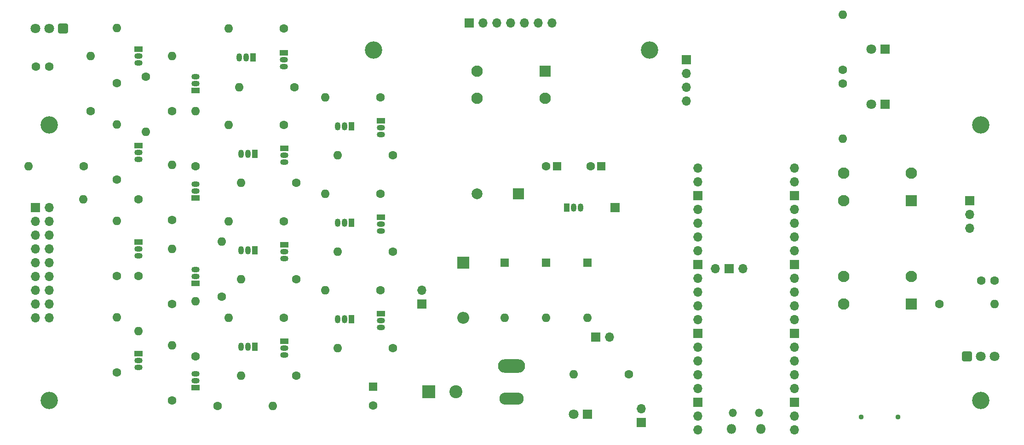
<source format=gbr>
%TF.GenerationSoftware,KiCad,Pcbnew,7.0.2*%
%TF.CreationDate,2023-07-21T23:10:52-07:00*%
%TF.ProjectId,Score-Board,53636f72-652d-4426-9f61-72642e6b6963,1*%
%TF.SameCoordinates,Original*%
%TF.FileFunction,Soldermask,Bot*%
%TF.FilePolarity,Negative*%
%FSLAX46Y46*%
G04 Gerber Fmt 4.6, Leading zero omitted, Abs format (unit mm)*
G04 Created by KiCad (PCBNEW 7.0.2) date 2023-07-21 23:10:52*
%MOMM*%
%LPD*%
G01*
G04 APERTURE LIST*
G04 Aperture macros list*
%AMRoundRect*
0 Rectangle with rounded corners*
0 $1 Rounding radius*
0 $2 $3 $4 $5 $6 $7 $8 $9 X,Y pos of 4 corners*
0 Add a 4 corners polygon primitive as box body*
4,1,4,$2,$3,$4,$5,$6,$7,$8,$9,$2,$3,0*
0 Add four circle primitives for the rounded corners*
1,1,$1+$1,$2,$3*
1,1,$1+$1,$4,$5*
1,1,$1+$1,$6,$7*
1,1,$1+$1,$8,$9*
0 Add four rect primitives between the rounded corners*
20,1,$1+$1,$2,$3,$4,$5,0*
20,1,$1+$1,$4,$5,$6,$7,0*
20,1,$1+$1,$6,$7,$8,$9,0*
20,1,$1+$1,$8,$9,$2,$3,0*%
G04 Aperture macros list end*
%ADD10O,1.700000X1.700000*%
%ADD11R,1.700000X1.700000*%
%ADD12O,1.500000X1.500000*%
%ADD13O,1.800000X1.800000*%
%ADD14C,1.600000*%
%ADD15O,1.600000X1.600000*%
%ADD16C,3.200000*%
%ADD17R,1.500000X1.050000*%
%ADD18O,1.500000X1.050000*%
%ADD19R,1.600000X1.600000*%
%ADD20R,1.050000X1.500000*%
%ADD21O,1.050000X1.500000*%
%ADD22C,0.950000*%
%ADD23R,2.100000X2.100000*%
%ADD24C,2.100000*%
%ADD25R,2.400000X2.400000*%
%ADD26C,2.400000*%
%ADD27R,2.000000X2.000000*%
%ADD28C,2.000000*%
%ADD29O,5.000000X2.500000*%
%ADD30O,4.500000X2.250000*%
%ADD31R,1.800000X1.800000*%
%ADD32C,1.800000*%
%ADD33R,2.200000X2.200000*%
%ADD34O,2.200000X2.200000*%
%ADD35RoundRect,0.250200X-0.649800X-0.649800X0.649800X-0.649800X0.649800X0.649800X-0.649800X0.649800X0*%
%ADD36RoundRect,0.250200X0.649800X0.649800X-0.649800X0.649800X-0.649800X-0.649800X0.649800X-0.649800X0*%
G04 APERTURE END LIST*
D10*
%TO.C,U1*%
X169455000Y-91286000D03*
D11*
X171995000Y-91286000D03*
D10*
X174535000Y-91286000D03*
X166229100Y-121016000D03*
X166229100Y-118476000D03*
D11*
X166229100Y-115936000D03*
D10*
X166229100Y-113396000D03*
X166229100Y-110856000D03*
X166229100Y-108316000D03*
X166229100Y-105776000D03*
D11*
X166229100Y-103236000D03*
D10*
X166229100Y-100696000D03*
X166229100Y-98156000D03*
X166229100Y-95616000D03*
X166229100Y-93076000D03*
D11*
X166229100Y-90536000D03*
D10*
X166229100Y-87996000D03*
X166229100Y-85456000D03*
X166229100Y-82916000D03*
X166229100Y-80376000D03*
D11*
X166229100Y-77836000D03*
D10*
X166229100Y-75296000D03*
X166229100Y-72756000D03*
X184009100Y-72756000D03*
X184009100Y-75296000D03*
D11*
X184009100Y-77836000D03*
D10*
X184009100Y-80376000D03*
X184009100Y-82916000D03*
X184009100Y-85456000D03*
X184009100Y-87996000D03*
D11*
X184009100Y-90536000D03*
D10*
X184009100Y-93076000D03*
X184009100Y-95616000D03*
X184009100Y-98156000D03*
X184009100Y-100696000D03*
D11*
X184009100Y-103236000D03*
D10*
X184009100Y-105776000D03*
X184009100Y-108316000D03*
X184009100Y-110856000D03*
X184009100Y-113396000D03*
D11*
X184009100Y-115936000D03*
D10*
X184009100Y-118476000D03*
X184009100Y-121016000D03*
D12*
X172694100Y-117856000D03*
X177544100Y-117856000D03*
D13*
X177844100Y-120886000D03*
X172394100Y-120886000D03*
%TD*%
D14*
%TO.C,C5*%
X46900000Y-54015000D03*
X44400000Y-54015000D03*
%TD*%
%TO.C,C4*%
X218390000Y-93512000D03*
X220890000Y-93512000D03*
%TD*%
%TO.C,R21*%
X64680000Y-55920000D03*
D15*
X64680000Y-66080000D03*
%TD*%
D14*
%TO.C,R26*%
X78650000Y-96433000D03*
D15*
X78650000Y-86273000D03*
%TD*%
D16*
%TO.C,H2*%
X218350000Y-115610000D03*
%TD*%
D17*
%TO.C,Q21*%
X63304000Y-106974000D03*
D18*
X63304000Y-108244000D03*
X63304000Y-109514000D03*
%TD*%
D19*
%TO.C,C1*%
X106500000Y-113070000D03*
D14*
X106500000Y-116570000D03*
%TD*%
D16*
%TO.C,H5*%
X106574237Y-51024919D03*
%TD*%
D14*
%TO.C,R7*%
X90080000Y-47030000D03*
D15*
X79920000Y-47030000D03*
%TD*%
D20*
%TO.C,Q9*%
X102526000Y-65078000D03*
D21*
X101256000Y-65078000D03*
X99986000Y-65078000D03*
%TD*%
D14*
%TO.C,R11*%
X90080000Y-64810000D03*
D15*
X79920000Y-64810000D03*
%TD*%
D14*
%TO.C,R5*%
X153580000Y-110784000D03*
D15*
X143420000Y-110784000D03*
%TD*%
D17*
%TO.C,Q6*%
X107881000Y-99608000D03*
D18*
X107881000Y-100878000D03*
X107881000Y-102148000D03*
%TD*%
D11*
%TO.C,TP1*%
X151040000Y-80050000D03*
%TD*%
D22*
%TO.C,SD1*%
X196310000Y-118618000D03*
X203110000Y-118618000D03*
%TD*%
D14*
%TO.C,R27*%
X77888000Y-116626000D03*
D15*
X88048000Y-116626000D03*
%TD*%
D20*
%TO.C,Q12*%
X84746000Y-87938000D03*
D21*
X83476000Y-87938000D03*
X82206000Y-87938000D03*
%TD*%
D23*
%TO.C,SW1*%
X205550000Y-97790000D03*
D24*
X193050000Y-97790000D03*
X205550000Y-92790000D03*
X193050000Y-92790000D03*
%TD*%
D14*
%TO.C,R25*%
X63283000Y-92623000D03*
D15*
X63283000Y-102783000D03*
%TD*%
D14*
%TO.C,R13*%
X107860000Y-77510000D03*
D15*
X97700000Y-77510000D03*
%TD*%
D17*
%TO.C,Q1*%
X90080000Y-51475000D03*
D18*
X90080000Y-52745000D03*
X90080000Y-54015000D03*
%TD*%
D20*
%TO.C,Q13*%
X102526000Y-100638000D03*
D21*
X101256000Y-100638000D03*
X99986000Y-100638000D03*
%TD*%
D17*
%TO.C,Q4*%
X107881000Y-81828000D03*
D18*
X107881000Y-83098000D03*
X107881000Y-84368000D03*
%TD*%
D10*
%TO.C,J4*%
X216318000Y-83860000D03*
X216318000Y-81320000D03*
D11*
X216318000Y-78780000D03*
%TD*%
D14*
%TO.C,R1*%
X210730000Y-97830000D03*
D15*
X220890000Y-97830000D03*
%TD*%
D19*
%TO.C,D3*%
X130720000Y-90210000D03*
D15*
X130720000Y-100370000D03*
%TD*%
D14*
%TO.C,R18*%
X92366000Y-111038000D03*
D15*
X82206000Y-111038000D03*
%TD*%
D14*
%TO.C,R6*%
X91985000Y-57825000D03*
D15*
X81825000Y-57825000D03*
%TD*%
D14*
%TO.C,R10*%
X92366000Y-75478000D03*
D15*
X82206000Y-75478000D03*
%TD*%
D20*
%TO.C,Q8*%
X84365000Y-52385000D03*
D21*
X83095000Y-52385000D03*
X81825000Y-52385000D03*
%TD*%
D17*
%TO.C,Q17*%
X63304000Y-68627000D03*
D18*
X63304000Y-69897000D03*
X63304000Y-71167000D03*
%TD*%
D25*
%TO.C,J2*%
X116700000Y-114040000D03*
D26*
X121700000Y-114040000D03*
%TD*%
D14*
%TO.C,R42*%
X59346000Y-110410000D03*
D15*
X59346000Y-100250000D03*
%TD*%
D20*
%TO.C,Q11*%
X102526000Y-82858000D03*
D21*
X101256000Y-82858000D03*
X99986000Y-82858000D03*
%TD*%
D17*
%TO.C,Q15*%
X63304000Y-50847000D03*
D18*
X63304000Y-52117000D03*
X63304000Y-53387000D03*
%TD*%
D16*
%TO.C,H1*%
X46900000Y-115610000D03*
%TD*%
D17*
%TO.C,Q19*%
X63304000Y-86407000D03*
D18*
X63304000Y-87677000D03*
X63304000Y-88947000D03*
%TD*%
D16*
%TO.C,H3*%
X46900000Y-64810000D03*
%TD*%
D14*
%TO.C,R28*%
X73824000Y-107482000D03*
D15*
X73824000Y-97322000D03*
%TD*%
D14*
%TO.C,R15*%
X90080000Y-82590000D03*
D15*
X79920000Y-82590000D03*
%TD*%
D14*
%TO.C,R12*%
X110146000Y-88178000D03*
D15*
X99986000Y-88178000D03*
%TD*%
D14*
%TO.C,R16*%
X110146000Y-105958000D03*
D15*
X99986000Y-105958000D03*
%TD*%
D14*
%TO.C,R33*%
X69506000Y-62270000D03*
D15*
X69506000Y-52110000D03*
%TD*%
D23*
%TO.C,SW2*%
X205550000Y-78740000D03*
D24*
X193050000Y-78740000D03*
X205550000Y-73740000D03*
X193050000Y-73740000D03*
%TD*%
D17*
%TO.C,Q18*%
X73824000Y-78272000D03*
D18*
X73824000Y-77002000D03*
X73824000Y-75732000D03*
%TD*%
D17*
%TO.C,Q2*%
X107881000Y-64048000D03*
D18*
X107881000Y-65318000D03*
X107881000Y-66588000D03*
%TD*%
D19*
%TO.C,D4*%
X145960000Y-90210000D03*
D15*
X145960000Y-100370000D03*
%TD*%
D11*
%TO.C,Conn1*%
X44360000Y-80050000D03*
D10*
X46900000Y-80050000D03*
X44360000Y-82590000D03*
X46900000Y-82590000D03*
X44360000Y-85130000D03*
X46900000Y-85130000D03*
X44360000Y-87670000D03*
X46900000Y-87670000D03*
X44360000Y-90210000D03*
X46900000Y-90210000D03*
X44360000Y-92750000D03*
X46900000Y-92750000D03*
X44360000Y-95290000D03*
X46900000Y-95290000D03*
X44360000Y-97830000D03*
X46900000Y-97830000D03*
X44360000Y-100370000D03*
X46900000Y-100370000D03*
%TD*%
D20*
%TO.C,U5*%
X142150000Y-80050000D03*
D21*
X143420000Y-80050000D03*
X144690000Y-80050000D03*
%TD*%
D14*
%TO.C,R2*%
X54520000Y-62270000D03*
D15*
X54520000Y-52110000D03*
%TD*%
D17*
%TO.C,Q3*%
X90101000Y-69128000D03*
D18*
X90101000Y-70398000D03*
X90101000Y-71668000D03*
%TD*%
D14*
%TO.C,R9*%
X107860000Y-59730000D03*
D15*
X97700000Y-59730000D03*
%TD*%
D14*
%TO.C,R19*%
X90080000Y-100370000D03*
D15*
X79920000Y-100370000D03*
%TD*%
D14*
%TO.C,R20*%
X59346000Y-57070000D03*
D15*
X59346000Y-46910000D03*
%TD*%
D14*
%TO.C,R41*%
X69506000Y-97830000D03*
D15*
X69506000Y-87670000D03*
%TD*%
D19*
%TO.C,C3*%
X148500000Y-72430000D03*
D14*
X146500000Y-72430000D03*
%TD*%
%TO.C,R40*%
X59346000Y-92630000D03*
D15*
X59346000Y-82470000D03*
%TD*%
D27*
%TO.C,BZ1*%
X133240000Y-77510000D03*
D28*
X125640000Y-77510000D03*
%TD*%
D29*
%TO.C,J1*%
X131990000Y-109265200D03*
D30*
X131990000Y-115265200D03*
%TD*%
D31*
%TO.C,LED2*%
X200677500Y-50840000D03*
D32*
X198137500Y-50840000D03*
%TD*%
D11*
%TO.C,J5*%
X164121000Y-52755000D03*
D10*
X164121000Y-55295000D03*
X164121000Y-57835000D03*
X164121000Y-60375000D03*
%TD*%
D16*
%TO.C,H6*%
X157374237Y-51024919D03*
%TD*%
D11*
%TO.C,J6*%
X147484000Y-103926000D03*
D10*
X150024000Y-103926000D03*
%TD*%
D17*
%TO.C,Q16*%
X73824000Y-58460000D03*
D18*
X73824000Y-57190000D03*
X73824000Y-55920000D03*
%TD*%
D16*
%TO.C,H4*%
X218350000Y-64810000D03*
%TD*%
D14*
%TO.C,R43*%
X69506000Y-115610000D03*
D15*
X69506000Y-105450000D03*
%TD*%
D14*
%TO.C,R17*%
X107860000Y-95290000D03*
D15*
X97700000Y-95290000D03*
%TD*%
D11*
%TO.C,J7*%
X115480000Y-97830000D03*
D10*
X115480000Y-95290000D03*
%TD*%
D14*
%TO.C,R14*%
X92366000Y-93258000D03*
D15*
X82206000Y-93258000D03*
%TD*%
D33*
%TO.C,D1*%
X123100000Y-90210000D03*
D34*
X123100000Y-100370000D03*
%TD*%
D17*
%TO.C,Q20*%
X73824000Y-94020000D03*
D18*
X73824000Y-92750000D03*
X73824000Y-91480000D03*
%TD*%
D35*
%TO.C,IR1*%
X215810000Y-107473000D03*
D32*
X218350000Y-107473000D03*
X220890000Y-107473000D03*
%TD*%
D14*
%TO.C,R24*%
X73824000Y-72430000D03*
D15*
X73824000Y-62270000D03*
%TD*%
D14*
%TO.C,R3*%
X192950000Y-54650000D03*
D15*
X192950000Y-44490000D03*
%TD*%
D14*
%TO.C,R34*%
X59346000Y-74850000D03*
D15*
X59346000Y-64690000D03*
%TD*%
D20*
%TO.C,Q14*%
X84746000Y-105718000D03*
D21*
X83476000Y-105718000D03*
X82206000Y-105718000D03*
%TD*%
D14*
%TO.C,R8*%
X110146000Y-70398000D03*
D15*
X99986000Y-70398000D03*
%TD*%
D14*
%TO.C,R4*%
X192950000Y-57190000D03*
D15*
X192950000Y-67350000D03*
%TD*%
D19*
%TO.C,D2*%
X138340000Y-90210000D03*
D15*
X138340000Y-100370000D03*
%TD*%
D19*
%TO.C,C2*%
X140340000Y-72430000D03*
D14*
X138340000Y-72430000D03*
%TD*%
D17*
%TO.C,Q7*%
X90101000Y-104688000D03*
D18*
X90101000Y-105958000D03*
X90101000Y-107228000D03*
%TD*%
D11*
%TO.C,J8*%
X155866000Y-119674000D03*
D10*
X155866000Y-117134000D03*
%TD*%
D20*
%TO.C,Q10*%
X84746000Y-70158000D03*
D21*
X83476000Y-70158000D03*
X82206000Y-70158000D03*
%TD*%
D31*
%TO.C,LED3*%
X200677500Y-61000000D03*
D32*
X198137500Y-61000000D03*
%TD*%
D14*
%TO.C,R23*%
X63283000Y-78526000D03*
D15*
X53123000Y-78526000D03*
%TD*%
D14*
%TO.C,R39*%
X69506000Y-82336000D03*
D15*
X69506000Y-72176000D03*
%TD*%
D31*
%TO.C,LED1*%
X145960000Y-118150000D03*
D32*
X143420000Y-118150000D03*
%TD*%
D17*
%TO.C,Q22*%
X73824000Y-113197000D03*
D18*
X73824000Y-111927000D03*
X73824000Y-110657000D03*
%TD*%
D14*
%TO.C,R22*%
X53250000Y-72430000D03*
D15*
X43090000Y-72430000D03*
%TD*%
D17*
%TO.C,Q5*%
X90101000Y-86908000D03*
D18*
X90101000Y-88178000D03*
X90101000Y-89448000D03*
%TD*%
D36*
%TO.C,IR2*%
X49440000Y-47030000D03*
D32*
X46900000Y-47030000D03*
X44360000Y-47030000D03*
%TD*%
D11*
%TO.C,J3*%
X124137237Y-45984919D03*
D10*
X126677237Y-45984919D03*
X129217237Y-45984919D03*
X131757237Y-45984919D03*
X134297237Y-45984919D03*
X136837237Y-45984919D03*
X139377237Y-45984919D03*
%TD*%
D23*
%TO.C,SW3*%
X138124237Y-54914919D03*
D24*
X125624237Y-54914919D03*
X138124237Y-59914919D03*
X125624237Y-59914919D03*
%TD*%
M02*

</source>
